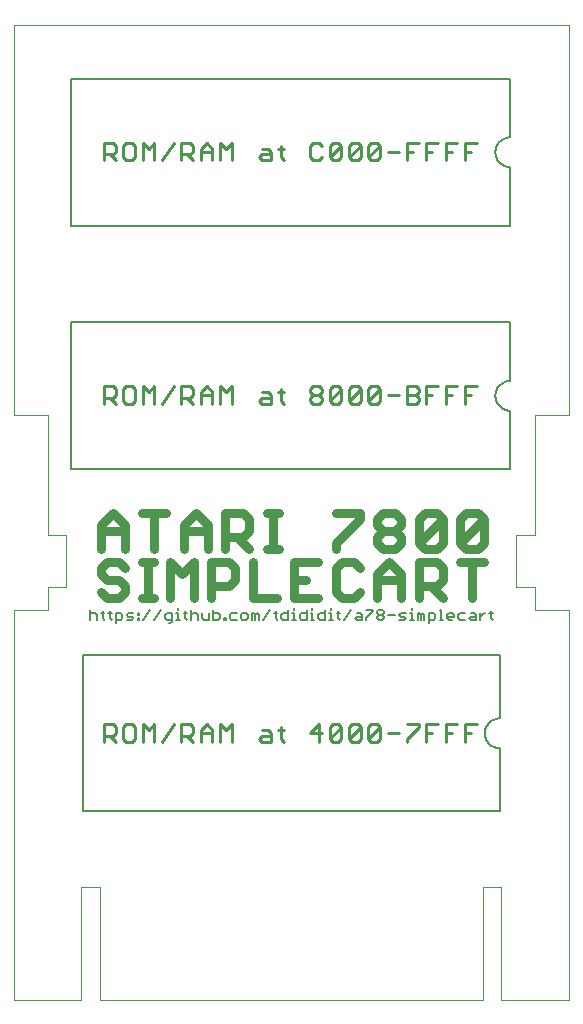
<source format=gto>
G75*
%MOIN*%
%OFA0B0*%
%FSLAX24Y24*%
%IPPOS*%
%LPD*%
%AMOC8*
5,1,8,0,0,1.08239X$1,22.5*
%
%ADD10C,0.0000*%
%ADD11C,0.0060*%
%ADD12C,0.0300*%
%ADD13C,0.0110*%
D10*
X000180Y002550D02*
X002430Y002550D01*
X002430Y006300D01*
X003055Y006300D01*
X003055Y002550D01*
X015805Y002550D01*
X015805Y006300D01*
X016430Y006300D01*
X016430Y002550D01*
X018680Y002550D01*
X018680Y015550D01*
X017555Y015550D01*
X017555Y016300D01*
X016930Y016300D01*
X016930Y018050D01*
X017555Y018050D01*
X017555Y022050D01*
X018680Y022050D01*
X018680Y035050D01*
X000180Y035050D01*
X000180Y022050D01*
X001305Y022050D01*
X001305Y018050D01*
X001930Y018050D01*
X001930Y016300D01*
X001305Y016300D01*
X001305Y015550D01*
X000180Y015550D01*
X000180Y002550D01*
D11*
X002480Y008825D02*
X016380Y008825D01*
X016380Y010925D01*
X016336Y010927D01*
X016293Y010933D01*
X016251Y010942D01*
X016209Y010955D01*
X016169Y010972D01*
X016130Y010992D01*
X016093Y011015D01*
X016059Y011042D01*
X016026Y011071D01*
X015997Y011104D01*
X015970Y011138D01*
X015947Y011175D01*
X015927Y011214D01*
X015910Y011254D01*
X015897Y011296D01*
X015888Y011338D01*
X015882Y011381D01*
X015880Y011425D01*
X015882Y011469D01*
X015888Y011512D01*
X015897Y011554D01*
X015910Y011596D01*
X015927Y011636D01*
X015947Y011675D01*
X015970Y011712D01*
X015997Y011746D01*
X016026Y011779D01*
X016059Y011808D01*
X016093Y011835D01*
X016130Y011858D01*
X016169Y011878D01*
X016209Y011895D01*
X016251Y011908D01*
X016293Y011917D01*
X016336Y011923D01*
X016380Y011925D01*
X016380Y014025D01*
X002480Y014025D01*
X002480Y008825D01*
X003569Y015092D02*
X003569Y015432D01*
X003740Y015432D01*
X003796Y015375D01*
X003796Y015262D01*
X003740Y015205D01*
X003569Y015205D01*
X003437Y015205D02*
X003381Y015262D01*
X003381Y015489D01*
X003437Y015432D02*
X003324Y015432D01*
X003192Y015432D02*
X003078Y015432D01*
X003135Y015489D02*
X003135Y015262D01*
X003192Y015205D01*
X002937Y015205D02*
X002937Y015375D01*
X002880Y015432D01*
X002767Y015432D01*
X002710Y015375D01*
X002710Y015545D02*
X002710Y015205D01*
X003938Y015205D02*
X004108Y015205D01*
X004165Y015262D01*
X004108Y015318D01*
X003994Y015318D01*
X003938Y015375D01*
X003994Y015432D01*
X004165Y015432D01*
X004306Y015432D02*
X004306Y015375D01*
X004363Y015375D01*
X004363Y015432D01*
X004306Y015432D01*
X004306Y015262D02*
X004306Y015205D01*
X004363Y015205D01*
X004363Y015262D01*
X004306Y015262D01*
X004490Y015205D02*
X004717Y015545D01*
X004859Y015205D02*
X005085Y015545D01*
X005227Y015375D02*
X005227Y015262D01*
X005284Y015205D01*
X005454Y015205D01*
X005454Y015148D02*
X005454Y015432D01*
X005284Y015432D01*
X005227Y015375D01*
X005340Y015092D02*
X005397Y015092D01*
X005454Y015148D01*
X005595Y015205D02*
X005709Y015205D01*
X005652Y015205D02*
X005652Y015432D01*
X005595Y015432D01*
X005652Y015545D02*
X005652Y015602D01*
X005841Y015432D02*
X005954Y015432D01*
X005897Y015489D02*
X005897Y015262D01*
X005954Y015205D01*
X006086Y015205D02*
X006086Y015545D01*
X006143Y015432D02*
X006256Y015432D01*
X006313Y015375D01*
X006313Y015205D01*
X006455Y015262D02*
X006511Y015205D01*
X006681Y015205D01*
X006681Y015432D01*
X006823Y015432D02*
X006993Y015432D01*
X007050Y015375D01*
X007050Y015262D01*
X006993Y015205D01*
X006823Y015205D01*
X006823Y015545D01*
X006455Y015432D02*
X006455Y015262D01*
X006143Y015432D02*
X006086Y015375D01*
X007191Y015262D02*
X007248Y015262D01*
X007248Y015205D01*
X007191Y015205D01*
X007191Y015262D01*
X007375Y015262D02*
X007432Y015205D01*
X007602Y015205D01*
X007744Y015262D02*
X007800Y015205D01*
X007914Y015205D01*
X007970Y015262D01*
X007970Y015375D01*
X007914Y015432D01*
X007800Y015432D01*
X007744Y015375D01*
X007744Y015262D01*
X007602Y015432D02*
X007432Y015432D01*
X007375Y015375D01*
X007375Y015262D01*
X008112Y015205D02*
X008112Y015432D01*
X008169Y015432D01*
X008225Y015375D01*
X008282Y015432D01*
X008339Y015375D01*
X008339Y015205D01*
X008225Y015205D02*
X008225Y015375D01*
X008480Y015205D02*
X008707Y015545D01*
X008849Y015432D02*
X008962Y015432D01*
X008905Y015489D02*
X008905Y015262D01*
X008962Y015205D01*
X009094Y015262D02*
X009094Y015375D01*
X009151Y015432D01*
X009321Y015432D01*
X009321Y015545D02*
X009321Y015205D01*
X009151Y015205D01*
X009094Y015262D01*
X009462Y015205D02*
X009576Y015205D01*
X009519Y015205D02*
X009519Y015432D01*
X009462Y015432D01*
X009519Y015545D02*
X009519Y015602D01*
X009708Y015375D02*
X009765Y015432D01*
X009935Y015432D01*
X009935Y015545D02*
X009935Y015205D01*
X009765Y015205D01*
X009708Y015262D01*
X009708Y015375D01*
X010076Y015432D02*
X010133Y015432D01*
X010133Y015205D01*
X010076Y015205D02*
X010190Y015205D01*
X010322Y015262D02*
X010322Y015375D01*
X010379Y015432D01*
X010549Y015432D01*
X010549Y015545D02*
X010549Y015205D01*
X010379Y015205D01*
X010322Y015262D01*
X010133Y015545D02*
X010133Y015602D01*
X010690Y015432D02*
X010747Y015432D01*
X010747Y015205D01*
X010690Y015205D02*
X010804Y015205D01*
X010992Y015262D02*
X011049Y015205D01*
X010992Y015262D02*
X010992Y015489D01*
X010936Y015432D02*
X011049Y015432D01*
X011181Y015205D02*
X011408Y015545D01*
X011606Y015432D02*
X011720Y015432D01*
X011776Y015375D01*
X011776Y015205D01*
X011606Y015205D01*
X011550Y015262D01*
X011606Y015318D01*
X011776Y015318D01*
X011918Y015262D02*
X011918Y015205D01*
X011918Y015262D02*
X012145Y015489D01*
X012145Y015545D01*
X011918Y015545D01*
X012286Y015489D02*
X012286Y015432D01*
X012343Y015375D01*
X012456Y015375D01*
X012513Y015318D01*
X012513Y015262D01*
X012456Y015205D01*
X012343Y015205D01*
X012286Y015262D01*
X012286Y015318D01*
X012343Y015375D01*
X012456Y015375D02*
X012513Y015432D01*
X012513Y015489D01*
X012456Y015545D01*
X012343Y015545D01*
X012286Y015489D01*
X012654Y015375D02*
X012881Y015375D01*
X013023Y015375D02*
X013080Y015432D01*
X013250Y015432D01*
X013193Y015318D02*
X013080Y015318D01*
X013023Y015375D01*
X013023Y015205D02*
X013193Y015205D01*
X013250Y015262D01*
X013193Y015318D01*
X013391Y015205D02*
X013505Y015205D01*
X013448Y015205D02*
X013448Y015432D01*
X013391Y015432D01*
X013448Y015545D02*
X013448Y015602D01*
X013637Y015432D02*
X013693Y015432D01*
X013750Y015375D01*
X013807Y015432D01*
X013864Y015375D01*
X013864Y015205D01*
X013750Y015205D02*
X013750Y015375D01*
X013637Y015432D02*
X013637Y015205D01*
X014005Y015205D02*
X014175Y015205D01*
X014232Y015262D01*
X014232Y015375D01*
X014175Y015432D01*
X014005Y015432D01*
X014005Y015092D01*
X014373Y015205D02*
X014487Y015205D01*
X014430Y015205D02*
X014430Y015545D01*
X014373Y015545D01*
X014619Y015375D02*
X014676Y015432D01*
X014789Y015432D01*
X014846Y015375D01*
X014846Y015318D01*
X014619Y015318D01*
X014619Y015262D02*
X014619Y015375D01*
X014619Y015262D02*
X014676Y015205D01*
X014789Y015205D01*
X014987Y015262D02*
X015044Y015205D01*
X015214Y015205D01*
X015355Y015262D02*
X015412Y015318D01*
X015582Y015318D01*
X015582Y015375D02*
X015582Y015205D01*
X015412Y015205D01*
X015355Y015262D01*
X015412Y015432D02*
X015526Y015432D01*
X015582Y015375D01*
X015724Y015318D02*
X015837Y015432D01*
X015894Y015432D01*
X016031Y015432D02*
X016144Y015432D01*
X016087Y015489D02*
X016087Y015262D01*
X016144Y015205D01*
X015724Y015205D02*
X015724Y015432D01*
X015214Y015432D02*
X015044Y015432D01*
X014987Y015375D01*
X014987Y015262D01*
X016730Y020225D02*
X002080Y020225D01*
X002080Y025125D01*
X016730Y025125D01*
X016730Y023175D01*
X016686Y023173D01*
X016643Y023167D01*
X016601Y023158D01*
X016559Y023145D01*
X016519Y023128D01*
X016480Y023108D01*
X016443Y023085D01*
X016409Y023058D01*
X016376Y023029D01*
X016347Y022996D01*
X016320Y022962D01*
X016297Y022925D01*
X016277Y022886D01*
X016260Y022846D01*
X016247Y022804D01*
X016238Y022762D01*
X016232Y022719D01*
X016230Y022675D01*
X016232Y022631D01*
X016238Y022588D01*
X016247Y022546D01*
X016260Y022504D01*
X016277Y022464D01*
X016297Y022425D01*
X016320Y022388D01*
X016347Y022354D01*
X016376Y022321D01*
X016409Y022292D01*
X016443Y022265D01*
X016480Y022242D01*
X016519Y022222D01*
X016559Y022205D01*
X016601Y022192D01*
X016643Y022183D01*
X016686Y022177D01*
X016730Y022175D01*
X016730Y020225D01*
X016730Y028350D02*
X002080Y028350D01*
X002080Y033250D01*
X016730Y033250D01*
X016730Y031300D01*
X016686Y031298D01*
X016643Y031292D01*
X016601Y031283D01*
X016559Y031270D01*
X016519Y031253D01*
X016480Y031233D01*
X016443Y031210D01*
X016409Y031183D01*
X016376Y031154D01*
X016347Y031121D01*
X016320Y031087D01*
X016297Y031050D01*
X016277Y031011D01*
X016260Y030971D01*
X016247Y030929D01*
X016238Y030887D01*
X016232Y030844D01*
X016230Y030800D01*
X016232Y030756D01*
X016238Y030713D01*
X016247Y030671D01*
X016260Y030629D01*
X016277Y030589D01*
X016297Y030550D01*
X016320Y030513D01*
X016347Y030479D01*
X016376Y030446D01*
X016409Y030417D01*
X016443Y030390D01*
X016480Y030367D01*
X016519Y030347D01*
X016559Y030330D01*
X016601Y030317D01*
X016643Y030308D01*
X016686Y030302D01*
X016730Y030300D01*
X016730Y028350D01*
X010747Y015602D02*
X010747Y015545D01*
D12*
X011107Y015950D02*
X010907Y016150D01*
X010907Y016951D01*
X011107Y017151D01*
X011507Y017151D01*
X011707Y016951D01*
X012288Y016751D02*
X012288Y015950D01*
X012288Y016551D02*
X013089Y016551D01*
X013089Y016751D02*
X013089Y015950D01*
X013089Y016751D02*
X012688Y017151D01*
X012288Y016751D01*
X012488Y017575D02*
X012288Y017775D01*
X012288Y017975D01*
X012488Y018176D01*
X012888Y018176D01*
X013089Y017975D01*
X013089Y017775D01*
X012888Y017575D01*
X012488Y017575D01*
X012488Y018176D02*
X012288Y018376D01*
X012288Y018576D01*
X012488Y018776D01*
X012888Y018776D01*
X013089Y018576D01*
X013089Y018376D01*
X012888Y018176D01*
X013669Y017775D02*
X013669Y018576D01*
X013869Y018776D01*
X014270Y018776D01*
X014470Y018576D01*
X013669Y017775D01*
X013869Y017575D01*
X014270Y017575D01*
X014470Y017775D01*
X014470Y018576D01*
X015050Y018576D02*
X015050Y017775D01*
X015851Y018576D01*
X015851Y017775D01*
X015651Y017575D01*
X015250Y017575D01*
X015050Y017775D01*
X015050Y017151D02*
X015851Y017151D01*
X015451Y017151D02*
X015451Y015950D01*
X014470Y015950D02*
X014069Y016350D01*
X014270Y016350D02*
X013669Y016350D01*
X013669Y015950D02*
X013669Y017151D01*
X014270Y017151D01*
X014470Y016951D01*
X014470Y016551D01*
X014270Y016350D01*
X015050Y018576D02*
X015250Y018776D01*
X015651Y018776D01*
X015851Y018576D01*
X011707Y018576D02*
X010907Y017775D01*
X010907Y017575D01*
X010326Y017151D02*
X009526Y017151D01*
X009526Y015950D01*
X010326Y015950D01*
X009926Y016551D02*
X009526Y016551D01*
X008945Y015950D02*
X008144Y015950D01*
X008144Y017151D01*
X008024Y017575D02*
X007624Y017975D01*
X007824Y017975D02*
X007224Y017975D01*
X007224Y017575D02*
X007224Y018776D01*
X007824Y018776D01*
X008024Y018576D01*
X008024Y018176D01*
X007824Y017975D01*
X007364Y017151D02*
X007564Y016951D01*
X007564Y016551D01*
X007364Y016350D01*
X006763Y016350D01*
X006763Y015950D02*
X006763Y017151D01*
X007364Y017151D01*
X006643Y017575D02*
X006643Y018376D01*
X006243Y018776D01*
X005842Y018376D01*
X005842Y017575D01*
X006183Y017151D02*
X005782Y016751D01*
X005382Y017151D01*
X005382Y015950D01*
X004862Y015950D02*
X004461Y015950D01*
X004661Y015950D02*
X004661Y017151D01*
X004461Y017151D02*
X004862Y017151D01*
X004862Y017575D02*
X004862Y018776D01*
X005262Y018776D02*
X004461Y018776D01*
X003881Y018376D02*
X003881Y017575D01*
X003681Y017151D02*
X003280Y017151D01*
X003080Y016951D01*
X003080Y016751D01*
X003280Y016551D01*
X003681Y016551D01*
X003881Y016350D01*
X003881Y016150D01*
X003681Y015950D01*
X003280Y015950D01*
X003080Y016150D01*
X003881Y016951D02*
X003681Y017151D01*
X003080Y017575D02*
X003080Y018376D01*
X003480Y018776D01*
X003881Y018376D01*
X003881Y018176D02*
X003080Y018176D01*
X005842Y018176D02*
X006643Y018176D01*
X006183Y017151D02*
X006183Y015950D01*
X008605Y017575D02*
X009005Y017575D01*
X008805Y017575D02*
X008805Y018776D01*
X008605Y018776D02*
X009005Y018776D01*
X010907Y018776D02*
X011707Y018776D01*
X011707Y018576D01*
X011707Y016150D02*
X011507Y015950D01*
X011107Y015950D01*
D13*
X010999Y011741D02*
X010802Y011741D01*
X010704Y011642D01*
X010704Y011248D01*
X011097Y011642D01*
X011097Y011248D01*
X010999Y011150D01*
X010802Y011150D01*
X010704Y011248D01*
X010453Y011445D02*
X010059Y011445D01*
X010354Y011741D01*
X010354Y011150D01*
X010999Y011741D02*
X011097Y011642D01*
X011348Y011642D02*
X011447Y011741D01*
X011643Y011741D01*
X011742Y011642D01*
X011348Y011248D01*
X011447Y011150D01*
X011643Y011150D01*
X011742Y011248D01*
X011742Y011642D01*
X011993Y011642D02*
X011993Y011248D01*
X012386Y011642D01*
X012386Y011248D01*
X012288Y011150D01*
X012091Y011150D01*
X011993Y011248D01*
X011993Y011642D02*
X012091Y011741D01*
X012288Y011741D01*
X012386Y011642D01*
X012637Y011445D02*
X013031Y011445D01*
X013282Y011248D02*
X013282Y011150D01*
X013282Y011248D02*
X013675Y011642D01*
X013675Y011741D01*
X013282Y011741D01*
X013926Y011741D02*
X013926Y011150D01*
X013926Y011445D02*
X014123Y011445D01*
X013926Y011741D02*
X014320Y011741D01*
X014571Y011741D02*
X014965Y011741D01*
X014768Y011445D02*
X014571Y011445D01*
X014571Y011150D02*
X014571Y011741D01*
X015215Y011741D02*
X015215Y011150D01*
X015215Y011445D02*
X015412Y011445D01*
X015215Y011741D02*
X015609Y011741D01*
X011348Y011642D02*
X011348Y011248D01*
X009182Y011150D02*
X009083Y011248D01*
X009083Y011642D01*
X008985Y011544D02*
X009182Y011544D01*
X008734Y011445D02*
X008734Y011150D01*
X008439Y011150D01*
X008340Y011248D01*
X008439Y011347D01*
X008734Y011347D01*
X008734Y011445D02*
X008635Y011544D01*
X008439Y011544D01*
X007445Y011741D02*
X007445Y011150D01*
X007248Y011544D02*
X007445Y011741D01*
X007248Y011544D02*
X007051Y011741D01*
X007051Y011150D01*
X006800Y011150D02*
X006800Y011544D01*
X006603Y011741D01*
X006407Y011544D01*
X006407Y011150D01*
X006156Y011150D02*
X005959Y011347D01*
X006057Y011347D02*
X005762Y011347D01*
X005762Y011150D02*
X005762Y011741D01*
X006057Y011741D01*
X006156Y011642D01*
X006156Y011445D01*
X006057Y011347D01*
X006407Y011445D02*
X006800Y011445D01*
X005511Y011741D02*
X005117Y011150D01*
X004867Y011150D02*
X004867Y011741D01*
X004670Y011544D01*
X004473Y011741D01*
X004473Y011150D01*
X004222Y011248D02*
X004222Y011642D01*
X004124Y011741D01*
X003927Y011741D01*
X003828Y011642D01*
X003828Y011248D01*
X003927Y011150D01*
X004124Y011150D01*
X004222Y011248D01*
X003578Y011150D02*
X003381Y011347D01*
X003479Y011347D02*
X003184Y011347D01*
X003184Y011150D02*
X003184Y011741D01*
X003479Y011741D01*
X003578Y011642D01*
X003578Y011445D01*
X003479Y011347D01*
X003578Y022400D02*
X003381Y022597D01*
X003479Y022597D02*
X003184Y022597D01*
X003184Y022400D02*
X003184Y022991D01*
X003479Y022991D01*
X003578Y022892D01*
X003578Y022695D01*
X003479Y022597D01*
X003828Y022498D02*
X003927Y022400D01*
X004124Y022400D01*
X004222Y022498D01*
X004222Y022892D01*
X004124Y022991D01*
X003927Y022991D01*
X003828Y022892D01*
X003828Y022498D01*
X004473Y022400D02*
X004473Y022991D01*
X004670Y022794D01*
X004867Y022991D01*
X004867Y022400D01*
X005117Y022400D02*
X005511Y022991D01*
X005762Y022991D02*
X006057Y022991D01*
X006156Y022892D01*
X006156Y022695D01*
X006057Y022597D01*
X005762Y022597D01*
X005959Y022597D02*
X006156Y022400D01*
X006407Y022400D02*
X006407Y022794D01*
X006603Y022991D01*
X006800Y022794D01*
X006800Y022400D01*
X006800Y022695D02*
X006407Y022695D01*
X005762Y022400D02*
X005762Y022991D01*
X007051Y022991D02*
X007051Y022400D01*
X007248Y022794D02*
X007445Y022991D01*
X007445Y022400D01*
X007248Y022794D02*
X007051Y022991D01*
X008340Y022498D02*
X008439Y022597D01*
X008734Y022597D01*
X008734Y022695D02*
X008734Y022400D01*
X008439Y022400D01*
X008340Y022498D01*
X008439Y022794D02*
X008635Y022794D01*
X008734Y022695D01*
X008985Y022794D02*
X009182Y022794D01*
X009083Y022892D02*
X009083Y022498D01*
X009182Y022400D01*
X010059Y022498D02*
X010059Y022597D01*
X010157Y022695D01*
X010354Y022695D01*
X010453Y022597D01*
X010453Y022498D01*
X010354Y022400D01*
X010157Y022400D01*
X010059Y022498D01*
X010157Y022695D02*
X010059Y022794D01*
X010059Y022892D01*
X010157Y022991D01*
X010354Y022991D01*
X010453Y022892D01*
X010453Y022794D01*
X010354Y022695D01*
X010704Y022498D02*
X011097Y022892D01*
X011097Y022498D01*
X010999Y022400D01*
X010802Y022400D01*
X010704Y022498D01*
X010704Y022892D01*
X010802Y022991D01*
X010999Y022991D01*
X011097Y022892D01*
X011348Y022892D02*
X011348Y022498D01*
X011742Y022892D01*
X011742Y022498D01*
X011643Y022400D01*
X011447Y022400D01*
X011348Y022498D01*
X011348Y022892D02*
X011447Y022991D01*
X011643Y022991D01*
X011742Y022892D01*
X011993Y022892D02*
X011993Y022498D01*
X012386Y022892D01*
X012386Y022498D01*
X012288Y022400D01*
X012091Y022400D01*
X011993Y022498D01*
X011993Y022892D02*
X012091Y022991D01*
X012288Y022991D01*
X012386Y022892D01*
X012637Y022695D02*
X013031Y022695D01*
X013282Y022695D02*
X013577Y022695D01*
X013675Y022597D01*
X013675Y022498D01*
X013577Y022400D01*
X013282Y022400D01*
X013282Y022991D01*
X013577Y022991D01*
X013675Y022892D01*
X013675Y022794D01*
X013577Y022695D01*
X013926Y022695D02*
X014123Y022695D01*
X013926Y022400D02*
X013926Y022991D01*
X014320Y022991D01*
X014571Y022991D02*
X014965Y022991D01*
X014768Y022695D02*
X014571Y022695D01*
X014571Y022400D02*
X014571Y022991D01*
X015215Y022991D02*
X015215Y022400D01*
X015215Y022695D02*
X015412Y022695D01*
X015215Y022991D02*
X015609Y022991D01*
X015215Y030525D02*
X015215Y031116D01*
X015609Y031116D01*
X015412Y030820D02*
X015215Y030820D01*
X014965Y031116D02*
X014571Y031116D01*
X014571Y030525D01*
X014571Y030820D02*
X014768Y030820D01*
X014320Y031116D02*
X013926Y031116D01*
X013926Y030525D01*
X013926Y030820D02*
X014123Y030820D01*
X013675Y031116D02*
X013282Y031116D01*
X013282Y030525D01*
X013282Y030820D02*
X013479Y030820D01*
X013031Y030820D02*
X012637Y030820D01*
X012386Y030623D02*
X012288Y030525D01*
X012091Y030525D01*
X011993Y030623D01*
X012386Y031017D01*
X012386Y030623D01*
X011993Y030623D02*
X011993Y031017D01*
X012091Y031116D01*
X012288Y031116D01*
X012386Y031017D01*
X011742Y031017D02*
X011742Y030623D01*
X011643Y030525D01*
X011447Y030525D01*
X011348Y030623D01*
X011742Y031017D01*
X011643Y031116D01*
X011447Y031116D01*
X011348Y031017D01*
X011348Y030623D01*
X011097Y030623D02*
X010999Y030525D01*
X010802Y030525D01*
X010704Y030623D01*
X011097Y031017D01*
X011097Y030623D01*
X010704Y030623D02*
X010704Y031017D01*
X010802Y031116D01*
X010999Y031116D01*
X011097Y031017D01*
X010453Y031017D02*
X010354Y031116D01*
X010157Y031116D01*
X010059Y031017D01*
X010059Y030623D01*
X010157Y030525D01*
X010354Y030525D01*
X010453Y030623D01*
X009182Y030525D02*
X009083Y030623D01*
X009083Y031017D01*
X008985Y030919D02*
X009182Y030919D01*
X008734Y030820D02*
X008734Y030525D01*
X008439Y030525D01*
X008340Y030623D01*
X008439Y030722D01*
X008734Y030722D01*
X008734Y030820D02*
X008635Y030919D01*
X008439Y030919D01*
X007445Y031116D02*
X007445Y030525D01*
X007248Y030919D02*
X007445Y031116D01*
X007248Y030919D02*
X007051Y031116D01*
X007051Y030525D01*
X006800Y030525D02*
X006800Y030919D01*
X006603Y031116D01*
X006407Y030919D01*
X006407Y030525D01*
X006156Y030525D02*
X005959Y030722D01*
X006057Y030722D02*
X005762Y030722D01*
X005762Y030525D02*
X005762Y031116D01*
X006057Y031116D01*
X006156Y031017D01*
X006156Y030820D01*
X006057Y030722D01*
X006407Y030820D02*
X006800Y030820D01*
X005511Y031116D02*
X005117Y030525D01*
X004867Y030525D02*
X004867Y031116D01*
X004670Y030919D01*
X004473Y031116D01*
X004473Y030525D01*
X004222Y030623D02*
X004222Y031017D01*
X004124Y031116D01*
X003927Y031116D01*
X003828Y031017D01*
X003828Y030623D01*
X003927Y030525D01*
X004124Y030525D01*
X004222Y030623D01*
X003578Y030525D02*
X003381Y030722D01*
X003479Y030722D02*
X003184Y030722D01*
X003184Y030525D02*
X003184Y031116D01*
X003479Y031116D01*
X003578Y031017D01*
X003578Y030820D01*
X003479Y030722D01*
M02*

</source>
